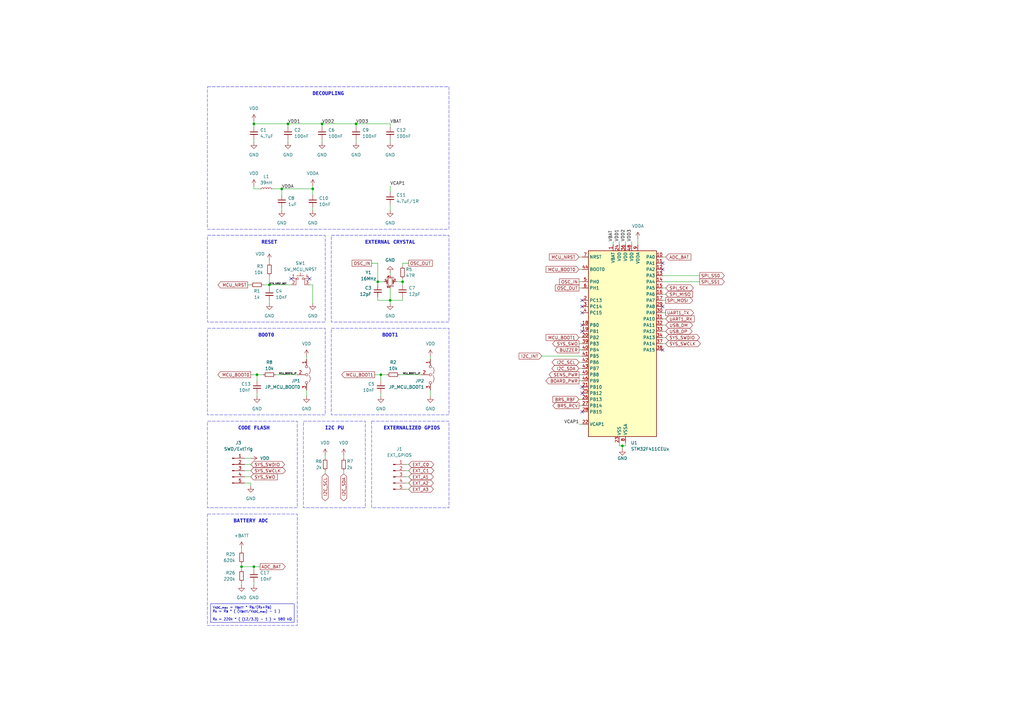
<source format=kicad_sch>
(kicad_sch (version 20231120) (generator "eeschema") (generator_version "8.0")
  (paper "A3")
  (title_block (title "MCU Subcircuit") (date "2025-02-13") (rev "01"))
  (lib_symbols
    (symbol "Connector:Conn_01x05_Pin" (pin_names (offset 1.016) hide)
      (property "Reference" "J" (at 0 7.62 0))
      (property "Value" "Conn_01x05_Pin" (at 0 -7.62 0))
      (symbol "Conn_01x05_Pin_1_1"
        (polyline (pts (xy 1.27 -5.08) (xy 0.8636 -5.08)) (stroke (width 0.1524)))
        (polyline (pts (xy 1.27 -2.54) (xy 0.8636 -2.54)) (stroke (width 0.1524)))
        (polyline (pts (xy 1.27 0) (xy 0.8636 0)) (stroke (width 0.1524)))
        (polyline (pts (xy 1.27 2.54) (xy 0.8636 2.54)) (stroke (width 0.1524)))
        (polyline (pts (xy 1.27 5.08) (xy 0.8636 5.08)) (stroke (width 0.1524)))
        (rectangle (start 0.8636 -4.953) (end 0 -5.207) (stroke (width 0.1524)) (fill (type outline)))
        (rectangle (start 0.8636 -2.413) (end 0 -2.667) (stroke (width 0.1524)) (fill (type outline)))
        (rectangle (start 0.8636 0.127) (end 0 -0.127) (stroke (width 0.1524)) (fill (type outline)))
        (rectangle (start 0.8636 2.667) (end 0 2.413) (stroke (width 0.1524)) (fill (type outline)))
        (rectangle (start 0.8636 5.207) (end 0 4.953) (stroke (width 0.1524)) (fill (type outline)))
        (pin passive line (at 5.08 5.08 180) (length 3.81) (name "Pin_1") (number "1"))
        (pin passive line (at 5.08 2.54 180) (length 3.81) (name "Pin_2") (number "2"))
        (pin passive line (at 5.08 0 180) (length 3.81) (name "Pin_3") (number "3"))
        (pin passive line (at 5.08 -2.54 180) (length 3.81) (name "Pin_4") (number "4"))
        (pin passive line (at 5.08 -5.08 180) (length 3.81) (name "Pin_5") (number "5"))
      )
    )
    (symbol "Device:C_Small" (pin_numbers hide) (pin_names (offset 0.254) hide)
      (property "Reference" "C" (at 0.254 1.778 0))
      (property "Value" "C_Small" (at 0.254 -2.032 0))
      (symbol "C_Small_0_1"
        (polyline (pts (xy -1.524 -0.508) (xy 1.524 -0.508)) (stroke (width 0.3302)))
        (polyline (pts (xy -1.524 0.508) (xy 1.524 0.508)) (stroke (width 0.3048)))
      )
      (symbol "C_Small_1_1"
        (pin passive line (at 0 2.54 270) (length 2.032) (name "~") (number "1"))
        (pin passive line (at 0 -2.54 90) (length 2.032) (name "~") (number "2"))
      )
    )
    (symbol "Device:Crystal_GND24_Small" (pin_names (offset 1.016) hide)
      (property "Reference" "Y" (at 1.27 4.445 0))
      (property "Value" "Crystal_GND24_Small" (at 1.27 2.54 0))
      (symbol "Crystal_GND24_Small_0_1"
        (rectangle (start -0.762 -1.524) (end 0.762 1.524))
        (polyline (pts (xy -1.27 -0.762) (xy -1.27 0.762)) (stroke (width 0.381)))
        (polyline (pts (xy 1.27 -0.762) (xy 1.27 0.762)) (stroke (width 0.381)))
        (polyline (pts (xy -1.27 -1.27) (xy -1.27 -1.905) (xy 1.27 -1.905) (xy 1.27 -1.27)))
        (polyline (pts (xy -1.27 1.27) (xy -1.27 1.905) (xy 1.27 1.905) (xy 1.27 1.27)))
      )
      (symbol "Crystal_GND24_Small_1_1"
        (pin passive line (at -2.54 0 0) (length 1.27) (name "1") (number "1"))
        (pin passive line (at 0 -2.54 90) (length 0.635) (name "2") (number "2"))
        (pin passive line (at 2.54 0 180) (length 1.27) (name "3") (number "3"))
        (pin passive line (at 0 2.54 270) (length 0.635) (name "4") (number "4"))
      )
    )
    (symbol "Device:L_Small" (pin_numbers hide) (pin_names (offset 0.254) hide)
      (property "Reference" "L" (at 0.762 1.016 0))
      (property "Value" "L_Small" (at 0.762 -1.016 0))
      (symbol "L_Small_0_1"
        (arc (start 0 -2.032) (mid 0.5058 -1.524) (end 0 -1.016))
        (arc (start 0 -1.016) (mid 0.5058 -0.508) (end 0 0))
        (arc (start 0 0) (mid 0.5058 0.508) (end 0 1.016))
        (arc (start 0 1.016) (mid 0.5058 1.524) (end 0 2.032))
      )
      (symbol "L_Small_1_1"
        (pin passive line (at 0 2.54 270) (length 0.508) (name "~") (number "1"))
        (pin passive line (at 0 -2.54 90) (length 0.508) (name "~") (number "2"))
      )
    )
    (symbol "Device:R_Small" (pin_numbers hide) (pin_names (offset 0.254) hide)
      (property "Reference" "R" (at 0.762 0.508 0))
      (property "Value" "R_Small" (at 0.762 -1.016 0))
      (symbol "R_Small_0_1"
        (rectangle (start -0.762 1.778) (end 0.762 -1.778) (stroke (width 0.2032)))
      )
      (symbol "R_Small_1_1"
        (pin passive line (at 0 2.54 270) (length 0.762) (name "~") (number "1"))
        (pin passive line (at 0 -2.54 90) (length 0.762) (name "~") (number "2"))
      )
    )
    (symbol "Jumper:Jumper_3_Open" (pin_names (offset 0) hide) (exclude_from_sim yes) (in_bom no)
      (property "Reference" "JP" (at -2.54 -2.54 0))
      (property "Value" "Jumper_3_Open" (at 0 2.794 0))
      (symbol "Jumper_3_Open_0_0"
        (circle (center -3.302 0) (radius 0.508))
        (circle (center 0 0) (radius 0.508))
        (circle (center 3.302 0) (radius 0.508))
      )
      (symbol "Jumper_3_Open_0_1"
        (arc (start -0.254 1.016) (mid -1.651 1.4992) (end -3.048 1.016))
        (polyline (pts (xy 0 -0.508) (xy 0 -1.27)))
        (arc (start 3.048 1.016) (mid 1.651 1.4992) (end 0.254 1.016))
      )
      (symbol "Jumper_3_Open_1_1"
        (pin passive line (at -6.35 0 0) (length 2.54) (name "A") (number "1"))
        (pin passive line (at 0 -3.81 90) (length 2.54) (name "C") (number "2"))
        (pin passive line (at 6.35 0 180) (length 2.54) (name "B") (number "3"))
      )
    )
    (symbol "LS_Library:SW_Push" (pin_names hide)
      (property "Reference" "U" (at 0 5.207 0))
      (property "Value" "SW_Push" (at 0 5.207 0))
      (symbol "SW_Push_0_1"
        (circle (center -1.143 0) (radius 0.381))
        (polyline (pts (xy -1.524 1.143) (xy 1.524 1.143)))
        (polyline (pts (xy 0 1.143) (xy 0 2.413)))
        (polyline (pts (xy -1.778 -2.54) (xy -1.778 0) (xy -1.524 0)))
        (polyline (pts (xy 1.778 -2.54) (xy 1.778 0) (xy 1.524 0)))
        (circle (center 1.143 0) (radius 0.381))
        (pin passive line (at -3.81 0 0) (length 2.032) (name "1") (number "1"))
        (pin passive line (at -3.81 -2.54 0) (length 2.032) (name "2") (number "2"))
        (pin passive line (at 3.81 -2.54 180) (length 2.032) (name "K") (number "3"))
        (pin passive line (at 3.81 0 180) (length 2.032) (name "A") (number "4"))
      )
    )
    (symbol "MCU_ST_STM32F4:STM32F411CEUx"
      (property "Reference" "U" (at -12.7 39.37 0))
      (property "Value" "STM32F411CEUx" (at 10.16 39.37 0))
      (symbol "STM32F411CEUx_0_1"
        (rectangle (start -12.7 -38.1) (end 15.24 38.1) (stroke (width 0.254)) (fill (type background)))
      )
      (symbol "STM32F411CEUx_1_1"
        (pin power_in line (at -2.54 40.64 270) (length 2.54) (name "VBAT") (number "1"))
        (pin bidirectional line (at 17.78 35.56 180) (length 2.54) (name "PA0") (number "10"))
        (pin bidirectional line (at 17.78 33.02 180) (length 2.54) (name "PA1") (number "11"))
        (pin bidirectional line (at 17.78 30.48 180) (length 2.54) (name "PA2") (number "12"))
        (pin bidirectional line (at 17.78 27.94 180) (length 2.54) (name "PA3") (number "13"))
        (pin bidirectional line (at 17.78 25.4 180) (length 2.54) (name "PA4") (number "14"))
        (pin bidirectional line (at 17.78 22.86 180) (length 2.54) (name "PA5") (number "15"))
        (pin bidirectional line (at 17.78 20.32 180) (length 2.54) (name "PA6") (number "16"))
        (pin bidirectional line (at 17.78 17.78 180) (length 2.54) (name "PA7") (number "17"))
        (pin bidirectional line (at -15.24 7.62 0) (length 2.54) (name "PB0") (number "18"))
        (pin bidirectional line (at -15.24 5.08 0) (length 2.54) (name "PB1") (number "19"))
        (pin bidirectional line (at -15.24 17.78 0) (length 2.54) (name "PC13") (number "2"))
        (pin bidirectional line (at -15.24 2.54 0) (length 2.54) (name "PB2") (number "20"))
        (pin bidirectional line (at -15.24 -17.78 0) (length 2.54) (name "PB10") (number "21"))
        (pin power_out line (at -15.24 -33.02 0) (length 2.54) (name "VCAP1") (number "22"))
        (pin power_in line (at 0 -40.64 90) (length 2.54) (name "VSS") (number "23"))
        (pin power_in line (at 0 40.64 270) (length 2.54) (name "VDD") (number "24"))
        (pin bidirectional line (at -15.24 -20.32 0) (length 2.54) (name "PB12") (number "25"))
        (pin bidirectional line (at -15.24 -22.86 0) (length 2.54) (name "PB13") (number "26"))
        (pin bidirectional line (at -15.24 -25.4 0) (length 2.54) (name "PB14") (number "27"))
        (pin bidirectional line (at -15.24 -27.94 0) (length 2.54) (name "PB15") (number "28"))
        (pin bidirectional line (at 17.78 15.24 180) (length 2.54) (name "PA8") (number "29"))
        (pin bidirectional line (at -15.24 15.24 0) (length 2.54) (name "PC14") (number "3"))
        (pin bidirectional line (at 17.78 12.7 180) (length 2.54) (name "PA9") (number "30"))
        (pin bidirectional line (at 17.78 10.16 180) (length 2.54) (name "PA10") (number "31"))
        (pin bidirectional line (at 17.78 7.62 180) (length 2.54) (name "PA11") (number "32"))
        (pin bidirectional line (at 17.78 5.08 180) (length 2.54) (name "PA12") (number "33"))
        (pin bidirectional line (at 17.78 2.54 180) (length 2.54) (name "PA13") (number "34"))
        (pin passive line (at 0 -40.64 90) (length 2.54) hide (name "VSS") (number "35"))
        (pin power_in line (at 2.54 40.64 270) (length 2.54) (name "VDD") (number "36"))
        (pin bidirectional line (at 17.78 0 180) (length 2.54) (name "PA14") (number "37"))
        (pin bidirectional line (at 17.78 -2.54 180) (length 2.54) (name "PA15") (number "38"))
        (pin bidirectional line (at -15.24 0 0) (length 2.54) (name "PB3") (number "39"))
        (pin bidirectional line (at -15.24 12.7 0) (length 2.54) (name "PC15") (number "4"))
        (pin bidirectional line (at -15.24 -2.54 0) (length 2.54) (name "PB4") (number "40"))
        (pin bidirectional line (at -15.24 -5.08 0) (length 2.54) (name "PB5") (number "41"))
        (pin bidirectional line (at -15.24 -7.62 0) (length 2.54) (name "PB6") (number "42"))
        (pin bidirectional line (at -15.24 -10.16 0) (length 2.54) (name "PB7") (number "43"))
        (pin input line (at -15.24 30.48 0) (length 2.54) (name "BOOT0") (number "44"))
        (pin bidirectional line (at -15.24 -12.7 0) (length 2.54) (name "PB8") (number "45"))
        (pin bidirectional line (at -15.24 -15.24 0) (length 2.54) (name "PB9") (number "46"))
        (pin passive line (at 0 -40.64 90) (length 2.54) hide (name "VSS") (number "47"))
        (pin power_in line (at 5.08 40.64 270) (length 2.54) (name "VDD") (number "48"))
        (pin passive line (at 0 -40.64 90) (length 2.54) hide (name "VSS") (number "49"))
        (pin bidirectional line (at -15.24 25.4 0) (length 2.54) (name "PH0") (number "5"))
        (pin bidirectional line (at -15.24 22.86 0) (length 2.54) (name "PH1") (number "6"))
        (pin input line (at -15.24 35.56 0) (length 2.54) (name "NRST") (number "7"))
        (pin power_in line (at 2.54 -40.64 90) (length 2.54) (name "VSSA") (number "8"))
        (pin power_in line (at 7.62 40.64 270) (length 2.54) (name "VDDA") (number "9"))
      )
    )
    (symbol "power:+BATT" (power) (pin_numbers hide) (pin_names (offset 0) hide)
      (property "Value" "+BATT" (at 0 3.556 0))
      (symbol "+BATT_0_1"
        (polyline (pts (xy -0.762 1.27) (xy 0 2.54)))
        (polyline (pts (xy 0 0) (xy 0 2.54)))
        (polyline (pts (xy 0 2.54) (xy 0.762 1.27)))
      )
      (symbol "+BATT_1_1"
        (pin power_in line (at 0 0 90) (length 0) (name "~") (number "1"))
      )
    )
    (symbol "power:GND" (power) (pin_numbers hide) (pin_names (offset 0) hide)
      (property "Value" "GND" (at 0 -3.81 0))
      (symbol "GND_0_1"
        (polyline (pts (xy 0 0) (xy 0 -1.27) (xy 1.27 -1.27) (xy 0 -2.54) (xy -1.27 -1.27) (xy 0 -1.27)))
      )
      (symbol "GND_1_1"
        (pin power_in line (at 0 0 270) (length 0) (name "~") (number "1"))
      )
    )
    (symbol "power:VDD" (power) (pin_numbers hide) (pin_names (offset 0) hide)
      (property "Value" "VDD" (at 0 3.556 0))
      (symbol "VDD_0_1"
        (polyline (pts (xy -0.762 1.27) (xy 0 2.54)))
        (polyline (pts (xy 0 0) (xy 0 2.54)))
        (polyline (pts (xy 0 2.54) (xy 0.762 1.27)))
      )
      (symbol "VDD_1_1"
        (pin power_in line (at 0 0 90) (length 0) (name "~") (number "1"))
      )
    )
    (symbol "power:VDDA" (power) (pin_numbers hide) (pin_names (offset 0) hide)
      (property "Value" "VDDA" (at 0 3.556 0))
      (symbol "VDDA_0_1"
        (polyline (pts (xy -0.762 1.27) (xy 0 2.54)))
        (polyline (pts (xy 0 0) (xy 0 2.54)))
        (polyline (pts (xy 0 2.54) (xy 0.762 1.27)))
      )
      (symbol "VDDA_1_1"
        (pin power_in line (at 0 0 90) (length 0) (name "~") (number "1"))
      )
    )
  )
  (junction (at 110.49 116.84))
  (junction (at 156.21 153.67))
  (junction (at 146.05 50.8))
  (junction (at 132.08 50.8))
  (junction (at 255.27 182.88))
  (junction (at 105.41 153.67))
  (junction (at 154.94 115.57))
  (junction (at 104.14 232.41))
  (junction (at 104.14 50.8))
  (junction (at 160.02 123.19))
  (junction (at 115.57 77.47))
  (junction (at 118.11 50.8))
  (junction (at 165.1 115.57))
  (junction (at 99.06 232.41))
  (junction (at 128.27 77.47))
  (no_connect (at 238.76 128.27))
  (no_connect (at 238.76 135.89))
  (no_connect (at 238.76 133.35))
  (no_connect (at 271.78 143.51))
  (no_connect (at 271.78 125.73))
  (no_connect (at 127 114.3))
  (no_connect (at 271.78 110.49))
  (no_connect (at 238.76 161.29))
  (no_connect (at 238.76 125.73))
  (no_connect (at 238.76 123.19))
  (no_connect (at 238.76 158.75))
  (no_connect (at 119.38 114.3))
  (no_connect (at 238.76 168.91))
  (no_connect (at 271.78 107.95))
  (wire (pts (xy 110.49 116.84) (xy 119.38 116.84)))
  (wire (pts (xy 176.53 146.05) (xy 176.53 147.32)))
  (wire (pts (xy 160.02 76.2) (xy 160.02 78.74)))
  (wire (pts (xy 237.49 118.11) (xy 238.76 118.11)))
  (wire (pts (xy 273.05 120.65) (xy 271.78 120.65)))
  (wire (pts (xy 110.49 106.68) (xy 110.49 107.95)))
  (wire (pts (xy 259.08 99.06) (xy 259.08 100.33)))
  (wire (pts (xy 140.97 194.31) (xy 140.97 193.04)))
  (wire (pts (xy 165.1 115.57) (xy 165.1 116.84)))
  (wire (pts (xy 125.73 162.56) (xy 125.73 160.02)))
  (wire (pts (xy 256.54 99.06) (xy 256.54 100.33)))
  (wire (pts (xy 255.27 182.88) (xy 255.27 184.15)))
  (wire (pts (xy 115.57 86.36) (xy 115.57 85.09)))
  (wire (pts (xy 146.05 58.42) (xy 146.05 57.15)))
  (wire (pts (xy 100.33 187.96) (xy 102.87 187.96)))
  (wire (pts (xy 165.1 114.3) (xy 165.1 115.57)))
  (wire (pts (xy 237.49 151.13) (xy 238.76 151.13)))
  (wire (pts (xy 273.05 138.43) (xy 271.78 138.43)))
  (wire (pts (xy 140.97 186.69) (xy 140.97 187.96)))
  (wire (pts (xy 222.25 146.05) (xy 238.76 146.05)))
  (wire (pts (xy 287.02 113.03) (xy 271.78 113.03)))
  (wire (pts (xy 166.37 193.04) (xy 167.64 193.04)))
  (wire (pts (xy 273.05 130.81) (xy 271.78 130.81)))
  (wire (pts (xy 100.33 190.5) (xy 102.87 190.5)))
  (wire (pts (xy 110.49 118.11) (xy 110.49 116.84)))
  (wire (pts (xy 162.56 115.57) (xy 165.1 115.57)))
  (wire (pts (xy 101.6 116.84) (xy 102.87 116.84)))
  (wire (pts (xy 237.49 148.59) (xy 238.76 148.59)))
  (wire (pts (xy 118.11 50.8) (xy 118.11 52.07)))
  (wire (pts (xy 132.08 50.8) (xy 132.08 52.07)))
  (wire (pts (xy 110.49 123.19) (xy 110.49 124.46)))
  (wire (pts (xy 125.73 146.05) (xy 125.73 147.32)))
  (wire (pts (xy 156.21 153.67) (xy 156.21 156.21)))
  (wire (pts (xy 166.37 198.12) (xy 167.64 198.12)))
  (wire (pts (xy 104.14 50.8) (xy 118.11 50.8)))
  (wire (pts (xy 105.41 161.29) (xy 105.41 162.56)))
  (wire (pts (xy 133.35 194.31) (xy 133.35 193.04)))
  (wire (pts (xy 237.49 153.67) (xy 238.76 153.67)))
  (wire (pts (xy 152.4 107.95) (xy 154.94 107.95)))
  (wire (pts (xy 107.95 116.84) (xy 110.49 116.84)))
  (wire (pts (xy 167.64 107.95) (xy 165.1 107.95)))
  (wire (pts (xy 104.14 49.53) (xy 104.14 50.8)))
  (wire (pts (xy 287.02 115.57) (xy 271.78 115.57)))
  (wire (pts (xy 128.27 76.2) (xy 128.27 77.47)))
  (wire (pts (xy 273.05 135.89) (xy 271.78 135.89)))
  (wire (pts (xy 104.14 58.42) (xy 104.14 57.15)))
  (wire (pts (xy 99.06 232.41) (xy 99.06 233.68)))
  (wire (pts (xy 160.02 83.82) (xy 160.02 86.36)))
  (wire (pts (xy 273.05 123.19) (xy 271.78 123.19)))
  (wire (pts (xy 237.49 173.99) (xy 238.76 173.99)))
  (wire (pts (xy 115.57 80.01) (xy 115.57 77.47)))
  (wire (pts (xy 251.46 99.06) (xy 251.46 100.33)))
  (wire (pts (xy 273.05 105.41) (xy 271.78 105.41)))
  (wire (pts (xy 132.08 50.8) (xy 146.05 50.8)))
  (wire (pts (xy 166.37 190.5) (xy 167.64 190.5)))
  (wire (pts (xy 128.27 80.01) (xy 128.27 77.47)))
  (wire (pts (xy 237.49 138.43) (xy 238.76 138.43)))
  (wire (pts (xy 237.49 166.37) (xy 238.76 166.37)))
  (wire (pts (xy 166.37 200.66) (xy 167.64 200.66)))
  (wire (pts (xy 273.05 128.27) (xy 271.78 128.27)))
  (wire (pts (xy 105.41 153.67) (xy 105.41 156.21)))
  (wire (pts (xy 104.14 77.47) (xy 106.68 77.47)))
  (wire (pts (xy 237.49 110.49) (xy 238.76 110.49)))
  (wire (pts (xy 106.68 232.41) (xy 104.14 232.41)))
  (wire (pts (xy 104.14 77.47) (xy 104.14 76.2)))
  (wire (pts (xy 100.33 198.12) (xy 102.87 198.12)))
  (wire (pts (xy 127 116.84) (xy 128.27 116.84)))
  (wire (pts (xy 102.87 153.67) (xy 105.41 153.67)))
  (wire (pts (xy 128.27 86.36) (xy 128.27 85.09)))
  (wire (pts (xy 254 182.88) (xy 255.27 182.88)))
  (wire (pts (xy 163.83 153.67) (xy 172.72 153.67)))
  (wire (pts (xy 104.14 238.76) (xy 104.14 240.03)))
  (wire (pts (xy 160.02 58.42) (xy 160.02 57.15)))
  (wire (pts (xy 154.94 115.57) (xy 154.94 116.84)))
  (wire (pts (xy 154.94 107.95) (xy 154.94 115.57)))
  (wire (pts (xy 113.03 153.67) (xy 121.92 153.67)))
  (wire (pts (xy 146.05 50.8) (xy 160.02 50.8)))
  (wire (pts (xy 111.76 77.47) (xy 115.57 77.47)))
  (wire (pts (xy 254 181.61) (xy 254 182.88)))
  (wire (pts (xy 160.02 111.76) (xy 160.02 113.03)))
  (wire (pts (xy 256.54 182.88) (xy 256.54 181.61)))
  (wire (pts (xy 115.57 77.47) (xy 128.27 77.47)))
  (wire (pts (xy 154.94 115.57) (xy 157.48 115.57)))
  (wire (pts (xy 156.21 153.67) (xy 158.75 153.67)))
  (wire (pts (xy 160.02 123.19) (xy 160.02 124.46)))
  (wire (pts (xy 237.49 163.83) (xy 238.76 163.83)))
  (wire (pts (xy 100.33 195.58) (xy 102.87 195.58)))
  (wire (pts (xy 166.37 195.58) (xy 167.64 195.58)))
  (wire (pts (xy 160.02 50.8) (xy 160.02 52.07)))
  (wire (pts (xy 165.1 121.92) (xy 165.1 123.19)))
  (wire (pts (xy 237.49 156.21) (xy 238.76 156.21)))
  (wire (pts (xy 261.62 97.79) (xy 261.62 100.33)))
  (wire (pts (xy 105.41 153.67) (xy 107.95 153.67)))
  (wire (pts (xy 153.67 153.67) (xy 156.21 153.67)))
  (wire (pts (xy 176.53 162.56) (xy 176.53 160.02)))
  (wire (pts (xy 165.1 107.95) (xy 165.1 109.22)))
  (wire (pts (xy 156.21 161.29) (xy 156.21 162.56)))
  (wire (pts (xy 118.11 58.42) (xy 118.11 57.15)))
  (wire (pts (xy 132.08 58.42) (xy 132.08 57.15)))
  (wire (pts (xy 273.05 133.35) (xy 271.78 133.35)))
  (wire (pts (xy 154.94 123.19) (xy 154.94 121.92)))
  (wire (pts (xy 128.27 116.84) (xy 128.27 124.46)))
  (wire (pts (xy 102.87 198.12) (xy 102.87 199.39)))
  (wire (pts (xy 255.27 182.88) (xy 256.54 182.88)))
  (wire (pts (xy 160.02 123.19) (xy 154.94 123.19)))
  (wire (pts (xy 273.05 140.97) (xy 271.78 140.97)))
  (wire (pts (xy 273.05 118.11) (xy 271.78 118.11)))
  (wire (pts (xy 237.49 143.51) (xy 238.76 143.51)))
  (wire (pts (xy 237.49 105.41) (xy 238.76 105.41)))
  (wire (pts (xy 99.06 231.14) (xy 99.06 232.41)))
  (wire (pts (xy 133.35 186.69) (xy 133.35 187.96)))
  (wire (pts (xy 110.49 113.03) (xy 110.49 116.84)))
  (wire (pts (xy 100.33 193.04) (xy 102.87 193.04)))
  (wire (pts (xy 118.11 50.8) (xy 132.08 50.8)))
  (wire (pts (xy 165.1 123.19) (xy 160.02 123.19)))
  (wire (pts (xy 104.14 50.8) (xy 104.14 52.07)))
  (wire (pts (xy 99.06 232.41) (xy 104.14 232.41)))
  (wire (pts (xy 99.06 224.79) (xy 99.06 226.06)))
  (wire (pts (xy 237.49 140.97) (xy 238.76 140.97)))
  (wire (pts (xy 146.05 50.8) (xy 146.05 52.07)))
  (wire (pts (xy 160.02 118.11) (xy 160.02 123.19)))
  (wire (pts (xy 99.06 238.76) (xy 99.06 240.03)))
  (wire (pts (xy 254 99.06) (xy 254 100.33)))
  (wire (pts (xy 104.14 233.68) (xy 104.14 232.41)))
  (wire (pts (xy 237.49 115.57) (xy 238.76 115.57)))
  (rectangle (start 85.09 134.62) (end 133.35 170.18) (stroke (width 0.127) (type dash)))
  (rectangle (start 85.09 96.52) (end 133.35 132.08) (stroke (width 0.127) (type dash)))
  (rectangle (start 85.09 210.82) (end 121.92 256.54) (stroke (width 0.127) (type dash)))
  (rectangle (start 135.89 96.52) (end 184.15 132.08) (stroke (width 0.127) (type dash)))
  (rectangle (start 85.09 35.56) (end 184.15 93.98) (stroke (width 0.127) (type dash)))
  (rectangle (start 152.4 172.72) (end 184.15 208.28) (stroke (width 0.127) (type dash)))
  (rectangle (start 135.89 134.62) (end 184.15 170.18) (stroke (width 0.127) (type dash)))
  (rectangle (start 124.46 172.72) (end 149.86 208.28) (stroke (width 0.127) (type dash)))
  (rectangle (start 85.09 172.72) (end 121.92 208.28) (stroke (width 0.127) (type dash)))
  (text_box "V_{ADC_max} = V_{BATT} * R_{B}/(R_{A}+R_{B})\nR_{A} = R_{B} * ( (V_{BATT}/V_{ADC_max}) - 1 )\n\nR_{A} = 220k * ( (12/3.3) - 1 ) = 580 kΩ" (at 86.36 247.65 0) (size 34.29 7.62) (effects (font (size 1.016 1.016)) (justify left top)))
  (text "BOOT1" (at 160.02 137.16 0) (effects (font (size 1.524 1.524) (bold yes)) (justify top)))
  (text "CODE FLASH" (at 104.14 175.26 0) (effects (font (size 1.524 1.524) (bold yes)) (justify top)))
  (text "EXTERNAL CRYSTAL" (at 160.02 99.06 0) (effects (font (size 1.524 1.524) (bold yes)) (justify top)))
  (text "I2C PU" (at 137.16 175.26 0) (effects (font (size 1.524 1.524) (bold yes)) (justify top)))
  (text "DECOUPLING" (at 134.62 38.1 0) (effects (font (size 1.524 1.524) (bold yes)) (justify top)))
  (text "BOOT0" (at 109.22 137.16 0) (effects (font (size 1.524 1.524) (bold yes)) (justify top)))
  (text "EXTERNALIZED GPIOS" (at 168.91 175.26 0) (effects (font (size 1.524 1.524) (bold yes)) (justify top)))
  (text "BATTERY ADC" (at 102.87 213.36 0) (effects (font (size 1.524 1.524) (bold yes)) (justify top)))
  (text "RESET" (at 110.49 99.06 0) (effects (font (size 1.524 1.524) (bold yes)) (justify top)))
  (label "VCAP1" (at 160.02 76.2 0))
  (label "VBAT" (at 160.02 50.8 0))
  (label "VDD3" (at 146.05 50.8 0))
  (label "VBAT" (at 251.46 99.06 90))
  (label "MCU_BOOT0_JP" (at 114.3 153.67 0) (effects (font (size 0.635 0.635))))
  (label "VDD1" (at 254 99.06 90))
  (label "VCAP1" (at 237.49 173.99 180))
  (label "VDD2" (at 132.08 50.8 0))
  (label "MCU_BOOT1_JP" (at 165.1 153.67 0) (effects (font (size 0.635 0.635))))
  (label "VDD2" (at 256.54 99.06 90))
  (label "VDDA" (at 115.57 77.47 0))
  (label "VDD1" (at 118.11 50.8 0))
  (label "VDD3" (at 259.08 99.06 90))
  (label "STM_NRST_BOT" (at 110.49 116.84 0) (effects (font (size 0.635 0.635))))
  (global_label "UART1_RX" (shape input) (at 273.05 130.81 0) (property "Intersheetrefs" "${INTERSHEET_REFS}" (effects (hide yes))))
  (global_label "I2C_SCL" (shape bidirectional) (at 237.49 148.59 180) (property "Intersheetrefs" "${INTERSHEET_REFS}" (effects (hide yes))))
  (global_label "BRS_RCV" (shape output) (at 237.49 166.37 180) (property "Intersheetrefs" "${INTERSHEET_REFS}" (effects (hide yes))))
  (global_label "OSC_IN" (shape passive) (at 237.49 115.57 180) (property "Intersheetrefs" "${INTERSHEET_REFS}" (effects (hide yes))))
  (global_label "SYS_SWCLK" (shape bidirectional) (at 102.87 193.04 0) (property "Intersheetrefs" "${INTERSHEET_REFS}" (effects (hide yes))))
  (global_label "I2C_SDA" (shape bidirectional) (at 237.49 151.13 180) (property "Intersheetrefs" "${INTERSHEET_REFS}" (effects (hide yes))))
  (global_label "EXT_A2" (shape bidirectional) (at 167.64 198.12 0) (property "Intersheetrefs" "${INTERSHEET_REFS}" (effects (hide yes))))
  (global_label "SPI_SCK" (shape bidirectional) (at 273.05 118.11 0) (property "Intersheetrefs" "${INTERSHEET_REFS}" (effects (hide yes))))
  (global_label "EXT_C1" (shape bidirectional) (at 167.64 193.04 0) (property "Intersheetrefs" "${INTERSHEET_REFS}" (effects (hide yes))))
  (global_label "SPI_MISO" (shape input) (at 273.05 120.65 0) (property "Intersheetrefs" "${INTERSHEET_REFS}" (effects (hide yes))))
  (global_label "I2C_SDA" (shape bidirectional) (at 140.97 194.31 270) (property "Intersheetrefs" "${INTERSHEET_REFS}" (effects (hide yes))))
  (global_label "SPI_SS1" (shape output) (at 287.02 115.57 0) (property "Intersheetrefs" "${INTERSHEET_REFS}" (effects (hide yes))))
  (global_label "MCU_BOOT1" (shape input) (at 237.49 138.43 180) (property "Intersheetrefs" "${INTERSHEET_REFS}" (effects (hide yes))))
  (global_label "SENS_PWR" (shape output) (at 237.49 153.67 180) (property "Intersheetrefs" "${INTERSHEET_REFS}" (effects (hide yes))))
  (global_label "EXT_A1" (shape bidirectional) (at 167.64 195.58 0) (property "Intersheetrefs" "${INTERSHEET_REFS}" (effects (hide yes))))
  (global_label "I2C_INT" (shape input) (at 222.25 146.05 180) (property "Intersheetrefs" "${INTERSHEET_REFS}" (effects (hide yes))))
  (global_label "MCU_NRST" (shape output) (at 101.6 116.84 180) (property "Intersheetrefs" "${INTERSHEET_REFS}" (effects (hide yes))))
  (global_label "OSC_OUT" (shape passive) (at 167.64 107.95 0) (property "Intersheetrefs" "${INTERSHEET_REFS}" (effects (hide yes))))
  (global_label "SYS_SWCLK" (shape bidirectional) (at 273.05 140.97 0) (property "Intersheetrefs" "${INTERSHEET_REFS}" (effects (hide yes))))
  (global_label "USB_DP" (shape bidirectional) (at 273.05 135.89 0) (property "Intersheetrefs" "${INTERSHEET_REFS}" (effects (hide yes))))
  (global_label "SPI_MOSI" (shape output) (at 273.05 123.19 0) (property "Intersheetrefs" "${INTERSHEET_REFS}" (effects (hide yes))))
  (global_label "SYS_SWO" (shape input) (at 102.87 195.58 0) (property "Intersheetrefs" "${INTERSHEET_REFS}" (effects (hide yes))))
  (global_label "BRS_RBF" (shape input) (at 237.49 163.83 180) (property "Intersheetrefs" "${INTERSHEET_REFS}" (effects (hide yes))))
  (global_label "BOARD_PWR" (shape output) (at 237.49 156.21 180) (property "Intersheetrefs" "${INTERSHEET_REFS}" (effects (hide yes))))
  (global_label "MCU_BOOT1" (shape output) (at 153.67 153.67 180) (property "Intersheetrefs" "${INTERSHEET_REFS}" (effects (hide yes))))
  (global_label "SYS_SWDIO" (shape bidirectional) (at 273.05 138.43 0) (property "Intersheetrefs" "${INTERSHEET_REFS}" (effects (hide yes))))
  (global_label "BUZZER" (shape output) (at 237.49 143.51 180) (property "Intersheetrefs" "${INTERSHEET_REFS}" (effects (hide yes))))
  (global_label "MCU_BOOT0" (shape input) (at 237.49 110.49 180) (property "Intersheetrefs" "${INTERSHEET_REFS}" (effects (hide yes))))
  (global_label "EXT_A3" (shape bidirectional) (at 167.64 200.66 0) (property "Intersheetrefs" "${INTERSHEET_REFS}" (effects (hide yes))))
  (global_label "EXT_C0" (shape bidirectional) (at 167.64 190.5 0) (property "Intersheetrefs" "${INTERSHEET_REFS}" (effects (hide yes))))
  (global_label "OSC_OUT" (shape passive) (at 237.49 118.11 180) (property "Intersheetrefs" "${INTERSHEET_REFS}" (effects (hide yes))))
  (global_label "I2C_SCL" (shape bidirectional) (at 133.35 194.31 270) (property "Intersheetrefs" "${INTERSHEET_REFS}" (effects (hide yes))))
  (global_label "UART1_TX" (shape output) (at 273.05 128.27 0) (property "Intersheetrefs" "${INTERSHEET_REFS}" (effects (hide yes))))
  (global_label "ADC_BAT" (shape input) (at 273.05 105.41 0) (property "Intersheetrefs" "${INTERSHEET_REFS}" (effects (hide yes))))
  (global_label "SPI_SS0" (shape output) (at 287.02 113.03 0) (property "Intersheetrefs" "${INTERSHEET_REFS}" (effects (hide yes))))
  (global_label "SYS_SWO" (shape output) (at 237.49 140.97 180) (property "Intersheetrefs" "${INTERSHEET_REFS}" (effects (hide yes))))
  (global_label "USB_DM" (shape bidirectional) (at 273.05 133.35 0) (property "Intersheetrefs" "${INTERSHEET_REFS}" (effects (hide yes))))
  (global_label "ADC_BAT" (shape output) (at 106.68 232.41 0) (property "Intersheetrefs" "${INTERSHEET_REFS}" (effects (hide yes))))
  (global_label "MCU_NRST" (shape input) (at 237.49 105.41 180) (property "Intersheetrefs" "${INTERSHEET_REFS}" (effects (hide yes))))
  (global_label "MCU_BOOT0" (shape output) (at 102.87 153.67 180) (property "Intersheetrefs" "${INTERSHEET_REFS}" (effects (hide yes))))
  (global_label "SYS_SWDIO" (shape bidirectional) (at 102.87 190.5 0) (property "Intersheetrefs" "${INTERSHEET_REFS}" (effects (hide yes))))
  (global_label "OSC_IN" (shape passive) (at 152.4 107.95 180) (property "Intersheetrefs" "${INTERSHEET_REFS}" (effects (hide yes))))
  (symbol (lib_id "Device:L_Small") (at 109.22 77.47 90) (unit 1)
    (property "Reference" "L1" (at 109.22 72.39 90))
    (property "Value" "39nH" (at 109.22 74.93 90))
    (property "Footprint" "Inductor_SMD:L_0603_1608Metric" (effects (hide yes)))
  )
  (symbol (lib_id "power:VDD") (at 140.97 186.69 0) (unit 1)
    (property "Reference" "#PWR019" (effects (hide yes)))
    (property "Value" "VDD" (at 140.97 181.61 0))
    (property "Description" "Power symbol creates a global label with name \"VDD\"" (effects (hide yes)))
  )
  (symbol (lib_id "Device:C_Small") (at 160.02 54.61 0) (unit 1)
    (property "Reference" "C12" (at 162.56 53.3462 0) (effects (justify left)))
    (property "Value" "100nF" (at 162.56 55.8862 0) (effects (justify left)))
    (property "Footprint" "Capacitor_SMD:C_0402_1005Metric" (effects (hide yes)))
    (property "LCSC Part Number" "C1525" (effects (hide yes)))
    (property "LCSC" "C1525" (effects (hide yes)))
  )
  (symbol (lib_id "Device:R_Small") (at 110.49 153.67 270) (unit 1)
    (property "Reference" "R8" (at 110.49 148.5899 90))
    (property "Value" "10k" (at 110.49 151.13 90))
    (property "Footprint" "Resistor_SMD:R_0603_1608Metric" (effects (hide yes)))
    (property "LCSC Part Number" "C25804" (effects (hide yes)))
    (property "LCSC" "C25804" (effects (hide yes)))
  )
  (symbol (lib_id "power:VDD") (at 104.14 49.53 0) (unit 1)
    (property "Reference" "#PWR039" (effects (hide yes)))
    (property "Value" "VDD" (at 104.14 44.45 0))
    (property "Description" "Power symbol creates a global label with name \"VDD\"" (effects (hide yes)))
  )
  (symbol (lib_id "Device:C_Small") (at 105.41 158.75 0) (unit 1)
    (property "Reference" "C13" (at 102.87 157.48 0) (effects (justify right)))
    (property "Value" "10nF" (at 102.87 160.02 0) (effects (justify right)))
    (property "Footprint" "Capacitor_SMD:C_0603_1608Metric" (effects (hide yes)))
    (property "LCSC Part Number" "C57112" (effects (hide yes)))
    (property "LCSC" "C57112" (effects (hide yes)))
  )
  (symbol (lib_id "Device:R_Small") (at 110.49 110.49 180) (unit 1)
    (property "Reference" "R3" (at 107.95 109.2199 0) (effects (justify left)))
    (property "Value" "10k" (at 107.95 111.76 0) (effects (justify left)))
    (property "Footprint" "Resistor_SMD:R_0603_1608Metric" (effects (hide yes)))
    (property "LCSC Part Number" "C25804" (effects (hide yes)))
    (property "LCSC" "C25804" (effects (hide yes)))
  )
  (symbol (lib_id "power:GND") (at 118.11 58.42 0) (unit 1)
    (property "Reference" "#PWR03" (effects (hide yes)))
    (property "Value" "GND" (at 118.11 63.5 0))
  )
  (symbol (lib_id "Device:C_Small") (at 115.57 82.55 0) (unit 1)
    (property "Reference" "C8" (at 118.11 81.2862 0) (effects (justify left)))
    (property "Value" "1uF" (at 118.11 83.8262 0) (effects (justify left)))
    (property "Footprint" "Capacitor_SMD:C_0402_1005Metric" (effects (hide yes)))
    (property "LCSC Part Number" "C52923" (effects (hide yes)))
    (property "LCSC" "C52923" (effects (hide yes)))
  )
  (symbol (lib_id "power:GND") (at 156.21 162.56 0) (unit 1)
    (property "Reference" "#PWR09" (effects (hide yes)))
    (property "Value" "GND" (at 156.21 167.64 0))
  )
  (symbol (lib_id "Connector:Conn_01x05_Pin") (at 161.29 195.58 0) (unit 1)
    (property "Reference" "J1" (at 163.83 184.15 0))
    (property "Value" "EXT_GPIOS" (at 163.83 186.69 0))
    (property "Footprint" "Connector_PinHeader_2.54mm:PinHeader_1x05_P2.54mm_Vertical" (effects (hide yes)))
    (property "Description" "Generic connector, single row, 01x05, script generated" (effects (hide yes)))
  )
  (symbol (lib_id "Device:R_Small") (at 133.35 190.5 180) (unit 1)
    (property "Reference" "R6" (at 132.08 189.2299 0) (effects (justify left)))
    (property "Value" "2k" (at 132.08 191.77 0) (effects (justify left)))
    (property "Footprint" "Resistor_SMD:R_0603_1608Metric" (effects (hide yes)))
    (property "LCSC Part Number" "C22975" (effects (hide yes)))
    (property "LCSC" "C25804" (effects (hide yes)))
  )
  (symbol (lib_id "Device:Crystal_GND24_Small") (at 160.02 115.57 0) (unit 1)
    (property "Reference" "Y1" (at 151.13 111.76 0))
    (property "Value" "16MHz" (at 151.13 114.3 0))
    (property "Footprint" "Crystal:Crystal_SMD_Abracon_ABM8G-4Pin_3.2x2.5mm" (effects (hide yes)))
    (property "LCSC Part Number" "C13738" (effects (hide yes)))
    (property "LCSC" "C13738" (effects (hide yes)))
  )
  (symbol (lib_id "power:GND") (at 104.14 58.42 0) (unit 1)
    (property "Reference" "#PWR02" (effects (hide yes)))
    (property "Value" "GND" (at 104.14 63.5 0))
  )
  (symbol (lib_id "power:VDD") (at 133.35 186.69 0) (unit 1)
    (property "Reference" "#PWR018" (effects (hide yes)))
    (property "Value" "VDD" (at 133.35 181.61 0))
    (property "Description" "Power symbol creates a global label with name \"VDD\"" (effects (hide yes)))
  )
  (symbol (lib_id "power:VDD") (at 102.87 187.96 270) (unit 1)
    (property "Reference" "#PWR021" (effects (hide yes)))
    (property "Value" "VDD" (at 106.68 187.9599 90) (effects (justify left)))
    (property "Description" "Power symbol creates a global label with name \"VDD\"" (effects (hide yes)))
  )
  (symbol (lib_id "power:GND") (at 110.49 124.46 0) (unit 1)
    (property "Reference" "#PWR08" (effects (hide yes)))
    (property "Value" "GND" (at 110.49 129.54 0))
  )
  (symbol (lib_id "power:VDD") (at 104.14 76.2 0) (unit 1)
    (property "Reference" "#PWR01" (effects (hide yes)))
    (property "Value" "VDD" (at 104.14 71.12 0))
    (property "Description" "Power symbol creates a global label with name \"VDD\"" (effects (hide yes)))
  )
  (symbol (lib_id "power:GND") (at 132.08 58.42 0) (unit 1)
    (property "Reference" "#PWR011" (effects (hide yes)))
    (property "Value" "GND" (at 132.08 63.5 0))
  )
  (symbol (lib_id "Device:C_Small") (at 104.14 54.61 0) (unit 1)
    (property "Reference" "C1" (at 106.68 53.3462 0) (effects (justify left)))
    (property "Value" "4.7uF" (at 106.68 55.8862 0) (effects (justify left)))
    (property "Footprint" "Capacitor_SMD:C_0603_1608Metric" (effects (hide yes)))
    (property "LCSC Part Number" "C19666" (effects (hide yes)))
    (property "LCSC" "C19666" (effects (hide yes)))
  )
  (symbol (lib_id "power:GND") (at 102.87 199.39 0) (unit 1)
    (property "Reference" "#PWR023" (effects (hide yes)))
    (property "Value" "GND" (at 102.87 204.47 0))
  )
  (symbol (lib_id "Jumper:Jumper_3_Open") (at 125.73 153.67 270) (unit 1) (exclude_from_sim yes) (in_bom no)
    (property "Reference" "JP1" (at 123.19 156.21 90) (effects (justify right)))
    (property "Value" "JP_MCU_BOOT0" (at 123.19 158.75 90) (effects (justify right)))
    (property "Description" "Jumper, 3-pole, both open" (effects (hide yes)))
  )
  (symbol (lib_id "power:+BATT") (at 99.06 224.79 0) (unit 1)
    (property "Reference" "#PWR056" (effects (hide yes)))
    (property "Value" "+BATT" (at 99.06 219.71 0))
    (property "Description" "Power symbol creates a global label with name \"+BATT\"" (effects (hide yes)))
  )
  (symbol (lib_id "power:GND") (at 160.02 86.36 0) (unit 1)
    (property "Reference" "#PWR029" (effects (hide yes)))
    (property "Value" "GND" (at 160.02 91.44 0))
  )
  (symbol (lib_id "Jumper:Jumper_3_Open") (at 176.53 153.67 270) (unit 1) (exclude_from_sim yes) (in_bom no)
    (property "Reference" "JP2" (at 173.99 156.21 90) (effects (justify right)))
    (property "Value" "JP_MCU_BOOT1" (at 173.99 158.75 90) (effects (justify right)))
    (property "Description" "Jumper, 3-pole, both open" (effects (hide yes)))
  )
  (symbol (lib_id "Device:R_Small") (at 99.06 236.22 180) (unit 1)
    (property "Reference" "R26" (at 96.52 234.9499 0) (effects (justify left)))
    (property "Value" "220k" (at 96.52 237.49 0) (effects (justify left)))
    (property "Footprint" "Resistor_SMD:R_0603_1608Metric" (effects (hide yes)))
    (property "LCSC Part Number" "C22975" (effects (hide yes)))
    (property "LCSC" "C25804" (effects (hide yes)))
  )
  (symbol (lib_id "Device:C_Small") (at 146.05 54.61 0) (unit 1)
    (property "Reference" "C9" (at 148.59 53.3462 0) (effects (justify left)))
    (property "Value" "100nF" (at 148.59 55.8862 0) (effects (justify left)))
    (property "Footprint" "Capacitor_SMD:C_0402_1005Metric" (effects (hide yes)))
    (property "LCSC Part Number" "C1525" (effects (hide yes)))
    (property "LCSC" "C1525" (effects (hide yes)))
  )
  (symbol (lib_id "Device:C_Small") (at 165.1 119.38 0) (unit 1)
    (property "Reference" "C7" (at 167.64 118.11 0) (effects (justify left)))
    (property "Value" "12pF" (at 167.64 120.65 0) (effects (justify left)))
    (property "Footprint" "Capacitor_SMD:C_0402_1005Metric" (effects (hide yes)))
    (property "LCSC Part Number" "C1547" (effects (hide yes)))
    (property "LCSC" "C1547" (effects (hide yes)))
  )
  (symbol (lib_id "power:VDD") (at 125.73 146.05 0) (unit 1)
    (property "Reference" "#PWR010" (effects (hide yes)))
    (property "Value" "VDD" (at 125.73 140.97 0))
    (property "Description" "Power symbol creates a global label with name \"VDD\"" (effects (hide yes)))
  )
  (symbol (lib_id "Device:C_Small") (at 110.49 120.65 0) (mirror y) (unit 1)
    (property "Reference" "C4" (at 113.03 119.38 0) (effects (justify right)))
    (property "Value" "10nF" (at 113.03 121.92 0) (effects (justify right)))
    (property "Footprint" "Capacitor_SMD:C_0603_1608Metric" (effects (hide yes)))
    (property "LCSC Part Number" "C57112" (effects (hide yes)))
    (property "LCSC" "C57112" (effects (hide yes)))
  )
  (symbol (lib_id "power:GND") (at 128.27 124.46 0) (unit 1)
    (property "Reference" "#PWR014" (effects (hide yes)))
    (property "Value" "GND" (at 128.27 129.54 0))
  )
  (symbol (lib_id "Device:C_Small") (at 154.94 119.38 0) (unit 1)
    (property "Reference" "C3" (at 152.4 118.11 0) (effects (justify right)))
    (property "Value" "12pF" (at 152.4 120.65 0) (effects (justify right)))
    (property "Footprint" "Capacitor_SMD:C_0402_1005Metric" (effects (hide yes)))
    (property "LCSC Part Number" "C1547" (effects (hide yes)))
    (property "LCSC" "C1547" (effects (hide yes)))
  )
  (symbol (lib_id "power:VDDA") (at 128.27 76.2 0) (unit 1)
    (property "Reference" "#PWR040" (effects (hide yes)))
    (property "Value" "VDDA" (at 128.27 71.12 0))
    (property "Description" "Power symbol creates a global label with name \"VDDA\"" (effects (hide yes)))
  )
  (symbol (lib_id "MCU_ST_STM32F4:STM32F411CEUx") (at 254 140.97 0) (unit 1)
    (property "Reference" "U1" (at 258.7341 181.61 0) (effects (justify left)))
    (property "Value" "STM32F411CEUx" (at 258.7341 184.15 0) (effects (justify left)))
    (property "Footprint" "Package_DFN_QFN:QFN-48-1EP_7x7mm_P0.5mm_EP5.6x5.6mm" (effects (hide yes)))
    (property "Datasheet" "https://www.st.com/resource/en/datasheet/stm32f411ce.pdf" (effects (hide yes)))
    (property "Description" "STMicroelectronics Arm Cortex-M4 MCU, 512KB flash, 128KB RAM, 100 MHz, 1.7-3.6V, 36 GPIO, UFQFPN48" (effects (hide yes)))
  )
  (symbol (lib_id "power:GND") (at 160.02 124.46 0) (unit 1)
    (property "Reference" "#PWR05" (effects (hide yes)))
    (property "Value" "GND" (at 160.02 129.54 0))
  )
  (symbol (lib_id "Device:C_Small") (at 156.21 158.75 0) (unit 1)
    (property "Reference" "C5" (at 153.67 157.48 0) (effects (justify right)))
    (property "Value" "10nF" (at 153.67 160.02 0) (effects (justify right)))
    (property "Footprint" "Capacitor_SMD:C_0603_1608Metric" (effects (hide yes)))
    (property "LCSC Part Number" "C57112" (effects (hide yes)))
    (property "LCSC" "C57112" (effects (hide yes)))
  )
  (symbol (lib_id "Device:R_Small") (at 140.97 190.5 0) (mirror x) (unit 1)
    (property "Reference" "R7" (at 142.24 189.2299 0) (effects (justify left)))
    (property "Value" "2k" (at 142.24 191.77 0) (effects (justify left)))
    (property "Footprint" "Resistor_SMD:R_0603_1608Metric" (effects (hide yes)))
    (property "LCSC Part Number" "C22975" (effects (hide yes)))
    (property "LCSC" "C25804" (effects (hide yes)))
  )
  (symbol (lib_id "Device:C_Small") (at 118.11 54.61 0) (unit 1)
    (property "Reference" "C2" (at 120.65 53.3462 0) (effects (justify left)))
    (property "Value" "100nF" (at 120.65 55.8862 0) (effects (justify left)))
    (property "Footprint" "Capacitor_SMD:C_0402_1005Metric" (effects (hide yes)))
    (property "LCSC Part Number" "C1525" (effects (hide yes)))
    (property "LCSC" "C1525" (effects (hide yes)))
  )
  (symbol (lib_id "power:VDD") (at 110.49 106.68 0) (unit 1)
    (property "Reference" "#PWR07" (effects (hide yes)))
    (property "Value" "VDD" (at 106.68 104.14 0))
    (property "Description" "Power symbol creates a global label with name \"VDD\"" (effects (hide yes)))
  )
  (symbol (lib_id "Device:R_Small") (at 99.06 228.6 180) (unit 1)
    (property "Reference" "R25" (at 96.52 227.3299 0) (effects (justify left)))
    (property "Value" "620k" (at 96.52 229.87 0) (effects (justify left)))
    (property "Footprint" "Resistor_SMD:R_0603_1608Metric" (effects (hide yes)))
    (property "LCSC Part Number" "C22975" (effects (hide yes)))
    (property "LCSC" "C25804" (effects (hide yes)))
  )
  (symbol (lib_id "Device:C_Small") (at 132.08 54.61 0) (unit 1)
    (property "Reference" "C6" (at 134.62 53.3462 0) (effects (justify left)))
    (property "Value" "100nF" (at 134.62 55.8862 0) (effects (justify left)))
    (property "Footprint" "Capacitor_SMD:C_0402_1005Metric" (effects (hide yes)))
    (property "LCSC Part Number" "C1525" (effects (hide yes)))
    (property "LCSC" "C1525" (effects (hide yes)))
  )
  (symbol (lib_id "power:VDDA") (at 261.62 97.79 0) (unit 1)
    (property "Reference" "#PWR06" (effects (hide yes)))
    (property "Value" "VDDA" (at 261.62 92.71 0))
    (property "Description" "Power symbol creates a global label with name \"VDDA\"" (effects (hide yes)))
  )
  (symbol (lib_id "Connector:Conn_01x05_Pin") (at 95.25 193.04 0) (unit 1) (in_bom no)
    (property "Reference" "J3" (at 97.79 181.61 0))
    (property "Value" "SWD/ExtTrig" (at 97.79 184.15 0))
    (property "Footprint" "Connector_PinHeader_2.54mm:PinHeader_1x05_P2.54mm_Vertical" (effects (hide yes)))
    (property "Description" "Generic connector, single row, 01x05, script generated" (effects (hide yes)))
  )
  (symbol (lib_id "power:GND") (at 115.57 86.36 0) (unit 1)
    (property "Reference" "#PWR012" (effects (hide yes)))
    (property "Value" "GND" (at 115.57 91.44 0))
  )
  (symbol (lib_id "power:GND") (at 146.05 58.42 0) (unit 1)
    (property "Reference" "#PWR013" (effects (hide yes)))
    (property "Value" "GND" (at 146.05 63.5 0))
  )
  (symbol (lib_id "Device:C_Small") (at 160.02 81.28 0) (mirror y) (unit 1)
    (property "Reference" "C11" (at 162.56 80.01 0) (effects (justify right)))
    (property "Value" "4.7uF/1R" (at 162.56 82.55 0) (effects (justify right)))
    (property "Footprint" "Capacitor_SMD:C_0603_1608Metric" (effects (hide yes)))
    (property "LCSC Part Number" "C57112" (effects (hide yes)))
    (property "LCSC" "C57112" (effects (hide yes)))
  )
  (symbol (lib_id "Device:R_Small") (at 165.1 111.76 180) (unit 1)
    (property "Reference" "R5" (at 166.37 110.4899 0) (effects (justify right)))
    (property "Value" "47R" (at 166.37 113.03 0) (effects (justify right)))
    (property "Footprint" "Resistor_SMD:R_0402_1005Metric" (effects (hide yes)))
    (property "LCSC Part Number" "C25120" (effects (hide yes)))
    (property "LCSC" "C25118" (effects (hide yes)))
  )
  (symbol (lib_id "power:GND") (at 160.02 58.42 0) (unit 1)
    (property "Reference" "#PWR020" (effects (hide yes)))
    (property "Value" "GND" (at 160.02 63.5 0))
  )
  (symbol (lib_id "power:GND") (at 255.27 184.15 0) (unit 1)
    (property "Reference" "#PWR027" (effects (hide yes)))
    (property "Value" "GND" (at 255.27 187.96 0))
  )
  (symbol (lib_id "Device:R_Small") (at 161.29 153.67 270) (unit 1)
    (property "Reference" "R2" (at 161.29 148.5899 90))
    (property "Value" "10k" (at 161.29 151.13 90))
    (property "Footprint" "Resistor_SMD:R_0603_1608Metric" (effects (hide yes)))
    (property "LCSC Part Number" "C25804" (effects (hide yes)))
    (property "LCSC" "C25804" (effects (hide yes)))
  )
  (symbol (lib_id "power:GND") (at 176.53 162.56 0) (unit 1)
    (property "Reference" "#PWR015" (effects (hide yes)))
    (property "Value" "GND" (at 176.53 167.64 0))
  )
  (symbol (lib_id "power:VDD") (at 176.53 146.05 0) (unit 1)
    (property "Reference" "#PWR016" (effects (hide yes)))
    (property "Value" "VDD" (at 176.53 140.97 0))
    (property "Description" "Power symbol creates a global label with name \"VDD\"" (effects (hide yes)))
  )
  (symbol (lib_id "Device:C_Small") (at 128.27 82.55 0) (unit 1)
    (property "Reference" "C10" (at 130.81 81.2862 0) (effects (justify left)))
    (property "Value" "10nF" (at 130.81 83.8262 0) (effects (justify left)))
    (property "Footprint" "Capacitor_SMD:C_0402_1005Metric" (effects (hide yes)))
    (property "LCSC Part Number" "C15195" (effects (hide yes)))
    (property "LCSC" "C15195" (effects (hide yes)))
  )
  (symbol (lib_id "Device:R_Small") (at 105.41 116.84 90) (mirror x) (unit 1)
    (property "Reference" "R1" (at 105.41 119.38 90))
    (property "Value" "1k" (at 105.41 121.92 90))
    (property "Footprint" "Resistor_SMD:R_0603_1608Metric" (effects (hide yes)))
    (property "LCSC Part Number" "C21190" (effects (hide yes)))
    (property "LCSC" "C21190" (effects (hide yes)))
  )
  (symbol (lib_id "power:GND") (at 99.06 240.03 0) (unit 1)
    (property "Reference" "#PWR057" (effects (hide yes)))
    (property "Value" "GND" (at 99.06 245.11 0))
  )
  (symbol (lib_id "power:GND") (at 125.73 162.56 0) (unit 1)
    (property "Reference" "#PWR026" (effects (hide yes)))
    (property "Value" "GND" (at 125.73 167.64 0))
  )
  (symbol (lib_id "power:GND") (at 160.02 111.76 180) (unit 1)
    (property "Reference" "#PWR04" (effects (hide yes)))
    (property "Value" "GND" (at 160.02 106.68 0))
  )
  (symbol (lib_id "power:GND") (at 104.14 240.03 0) (unit 1)
    (property "Reference" "#PWR058" (effects (hide yes)))
    (property "Value" "GND" (at 104.14 245.11 0))
  )
  (symbol (lib_id "LS_Library:SW_Push") (at 123.19 114.3 0) (unit 1)
    (property "Reference" "SW1" (at 123.19 107.95 0))
    (property "Value" "SW_MCU_NRST" (at 123.19 110.49 0))
    (property "Footprint" "TFG_Footprints:SW_TS-1187A-B-A-B" (effects (hide yes)))
    (property "Datasheet" "http://www.apem.com/int/index.php?controller=attachment&id_attachment=1371" (effects (hide yes)))
    (property "LCSC" "C318884" (effects (hide yes)))
  )
  (symbol (lib_id "power:GND") (at 105.41 162.56 0) (unit 1)
    (property "Reference" "#PWR024" (effects (hide yes)))
    (property "Value" "GND" (at 105.41 167.64 0))
  )
  (symbol (lib_id "Device:C_Small") (at 104.14 236.22 0) (mirror y) (unit 1)
    (property "Reference" "C17" (at 106.68 234.95 0) (effects (justify right)))
    (property "Value" "10nF" (at 106.68 237.49 0) (effects (justify right)))
    (property "Footprint" "Capacitor_SMD:C_0603_1608Metric" (effects (hide yes)))
    (property "LCSC Part Number" "C57112" (effects (hide yes)))
    (property "LCSC" "C57112" (effects (hide yes)))
  )
  (symbol (lib_id "power:GND") (at 128.27 86.36 0) (unit 1)
    (property "Reference" "#PWR017" (effects (hide yes)))
    (property "Value" "GND" (at 128.27 91.44 0))
  )
)
</source>
